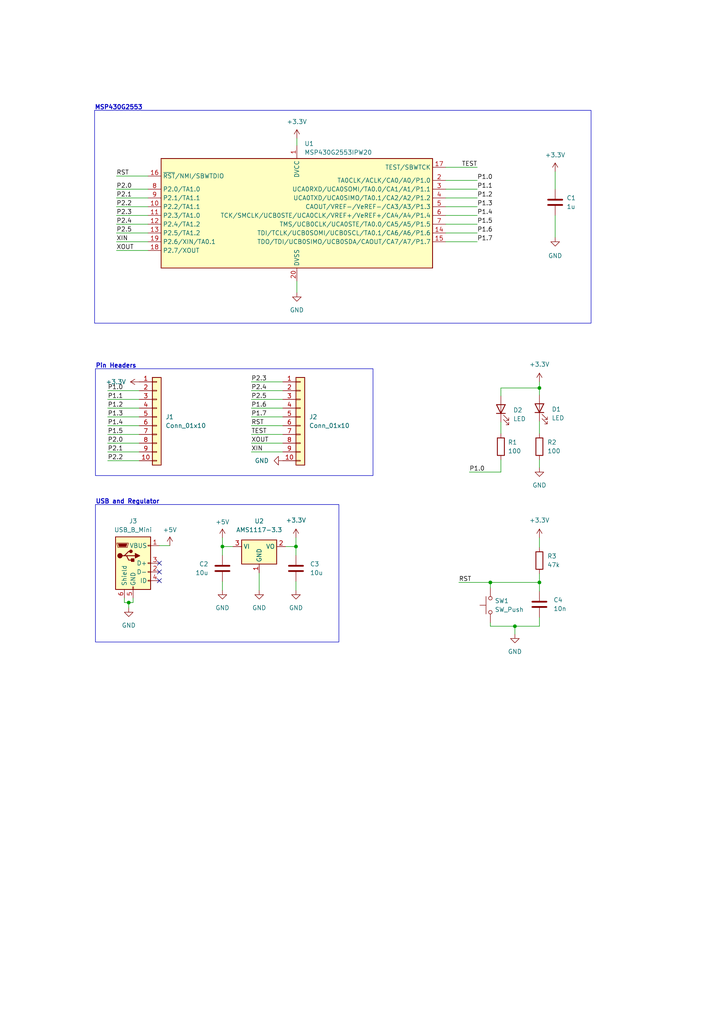
<source format=kicad_sch>
(kicad_sch (version 20230121) (generator eeschema)
  (paper "A4" portrait)
  (title_block (title "MSP430 Breakout Board") (date "2023-08-09") (rev "v.1.0") (company "https://github.com/anilv8") (comment 1 "Simple MSP430 Breakout Board") (comment 2 "MSP430G2553 MCU"))
  (lib_symbols
    (symbol "Connector:USB_B_Mini" (pin_names (offset 1.016))
      (property "Reference" "J" (at -5.08 11.43 0))
      (property "Value" "USB_B_Mini" (at -5.08 8.89 0))
      (symbol "USB_B_Mini_0_1"
        (rectangle (start -5.08 -7.62) (end 5.08 7.62) (stroke (width 0.254)) (fill (type background)))
        (circle (center -3.81 2.159) (radius 0.635) (stroke (width 0.254)) (fill (type outline)))
        (circle (center -0.635 3.429) (radius 0.381) (stroke (width 0.254)) (fill (type outline)))
        (rectangle (start -0.127 -7.62) (end 0.127 -6.858))
        (polyline (pts (xy -1.905 2.159) (xy 0.635 2.159)) (stroke (width 0.254)))
        (polyline (pts (xy -3.175 2.159) (xy -2.54 2.159) (xy -1.27 3.429) (xy -0.635 3.429)) (stroke (width 0.254)))
        (polyline (pts (xy -2.54 2.159) (xy -1.905 2.159) (xy -1.27 0.889) (xy 0 0.889)) (stroke (width 0.254)))
        (polyline (pts (xy 0.635 2.794) (xy 0.635 1.524) (xy 1.905 2.159) (xy 0.635 2.794)) (stroke (width 0.254)) (fill (type outline)))
        (polyline (pts (xy -4.318 5.588) (xy -1.778 5.588) (xy -2.032 4.826) (xy -4.064 4.826) (xy -4.318 5.588)) (fill (type outline)))
        (polyline (pts (xy -4.699 5.842) (xy -4.699 5.588) (xy -4.445 4.826) (xy -4.445 4.572) (xy -1.651 4.572) (xy -1.651 4.826) (xy -1.397 5.588) (xy -1.397 5.842) (xy -4.699 5.842)))
        (rectangle (start 0.254 1.27) (end -0.508 0.508) (stroke (width 0.254)) (fill (type outline)))
        (rectangle (start 5.08 -5.207) (end 4.318 -4.953))
        (rectangle (start 5.08 -2.667) (end 4.318 -2.413))
        (rectangle (start 5.08 -0.127) (end 4.318 0.127))
        (rectangle (start 5.08 4.953) (end 4.318 5.207))
      )
      (symbol "USB_B_Mini_1_1"
        (pin power_out line (at 7.62 5.08 180) (length 2.54) (name "VBUS") (number "1"))
        (pin bidirectional line (at 7.62 -2.54 180) (length 2.54) (name "D-") (number "2"))
        (pin bidirectional line (at 7.62 0 180) (length 2.54) (name "D+") (number "3"))
        (pin passive line (at 7.62 -5.08 180) (length 2.54) (name "ID") (number "4"))
        (pin power_out line (at 0 -10.16 90) (length 2.54) (name "GND") (number "5"))
        (pin passive line (at -2.54 -10.16 90) (length 2.54) (name "Shield") (number "6"))
      )
    )
    (symbol "Connector_Generic:Conn_01x10" (pin_names (offset 1.016) hide)
      (property "Reference" "J" (at 0 12.7 0))
      (property "Value" "Conn_01x10" (at 0 -15.24 0))
      (symbol "Conn_01x10_1_1"
        (rectangle (start -1.27 -12.573) (end 0 -12.827) (stroke (width 0.1524)))
        (rectangle (start -1.27 -10.033) (end 0 -10.287) (stroke (width 0.1524)))
        (rectangle (start -1.27 -7.493) (end 0 -7.747) (stroke (width 0.1524)))
        (rectangle (start -1.27 -4.953) (end 0 -5.207) (stroke (width 0.1524)))
        (rectangle (start -1.27 -2.413) (end 0 -2.667) (stroke (width 0.1524)))
        (rectangle (start -1.27 0.127) (end 0 -0.127) (stroke (width 0.1524)))
        (rectangle (start -1.27 2.667) (end 0 2.413) (stroke (width 0.1524)))
        (rectangle (start -1.27 5.207) (end 0 4.953) (stroke (width 0.1524)))
        (rectangle (start -1.27 7.747) (end 0 7.493) (stroke (width 0.1524)))
        (rectangle (start -1.27 10.287) (end 0 10.033) (stroke (width 0.1524)))
        (rectangle (start -1.27 11.43) (end 1.27 -13.97) (stroke (width 0.254)) (fill (type background)))
        (pin passive line (at -5.08 10.16 0) (length 3.81) (name "Pin_1") (number "1"))
        (pin passive line (at -5.08 -12.7 0) (length 3.81) (name "Pin_10") (number "10"))
        (pin passive line (at -5.08 7.62 0) (length 3.81) (name "Pin_2") (number "2"))
        (pin passive line (at -5.08 5.08 0) (length 3.81) (name "Pin_3") (number "3"))
        (pin passive line (at -5.08 2.54 0) (length 3.81) (name "Pin_4") (number "4"))
        (pin passive line (at -5.08 0 0) (length 3.81) (name "Pin_5") (number "5"))
        (pin passive line (at -5.08 -2.54 0) (length 3.81) (name "Pin_6") (number "6"))
        (pin passive line (at -5.08 -5.08 0) (length 3.81) (name "Pin_7") (number "7"))
        (pin passive line (at -5.08 -7.62 0) (length 3.81) (name "Pin_8") (number "8"))
        (pin passive line (at -5.08 -10.16 0) (length 3.81) (name "Pin_9") (number "9"))
      )
    )
    (symbol "Device:C" (pin_numbers hide) (pin_names (offset 0.254))
      (property "Reference" "C" (at 0.635 2.54 0))
      (property "Value" "C" (at 0.635 -2.54 0))
      (symbol "C_0_1"
        (polyline (pts (xy -2.032 -0.762) (xy 2.032 -0.762)) (stroke (width 0.508)))
        (polyline (pts (xy -2.032 0.762) (xy 2.032 0.762)) (stroke (width 0.508)))
      )
      (symbol "C_1_1"
        (pin passive line (at 0 3.81 270) (length 2.794) (name "~") (number "1"))
        (pin passive line (at 0 -3.81 90) (length 2.794) (name "~") (number "2"))
      )
    )
    (symbol "Device:LED" (pin_numbers hide) (pin_names (offset 1.016) hide)
      (property "Reference" "D" (at 0 2.54 0))
      (property "Value" "LED" (at 0 -2.54 0))
      (symbol "LED_0_1"
        (polyline (pts (xy -1.27 -1.27) (xy -1.27 1.27)) (stroke (width 0.254)))
        (polyline (pts (xy -1.27 0) (xy 1.27 0)))
        (polyline (pts (xy 1.27 -1.27) (xy 1.27 1.27) (xy -1.27 0) (xy 1.27 -1.27)) (stroke (width 0.254)))
        (polyline (pts (xy -3.048 -0.762) (xy -4.572 -2.286) (xy -3.81 -2.286) (xy -4.572 -2.286) (xy -4.572 -1.524)))
        (polyline (pts (xy -1.778 -0.762) (xy -3.302 -2.286) (xy -2.54 -2.286) (xy -3.302 -2.286) (xy -3.302 -1.524)))
      )
      (symbol "LED_1_1"
        (pin passive line (at -3.81 0 0) (length 2.54) (name "K") (number "1"))
        (pin passive line (at 3.81 0 180) (length 2.54) (name "A") (number "2"))
      )
    )
    (symbol "Device:R" (pin_numbers hide) (pin_names (offset 0))
      (property "Reference" "R" (at 2.032 0 90))
      (property "Value" "R" (at 0 0 90))
      (symbol "R_0_1"
        (rectangle (start -1.016 -2.54) (end 1.016 2.54) (stroke (width 0.254)))
      )
      (symbol "R_1_1"
        (pin passive line (at 0 3.81 270) (length 1.27) (name "~") (number "1"))
        (pin passive line (at 0 -3.81 90) (length 1.27) (name "~") (number "2"))
      )
    )
    (symbol "MCU_Texas_MSP430:MSP430G2553IPW20"
      (property "Reference" "U" (at -38.1 17.78 0))
      (property "Value" "MSP430G2553IPW20" (at 31.75 -16.51 0))
      (symbol "MSP430G2553IPW20_0_1"
        (rectangle (start -39.37 16.51) (end 39.37 -15.24) (stroke (width 0.254)) (fill (type background)))
      )
      (symbol "MSP430G2553IPW20_1_1"
        (pin power_in line (at 0 20.32 270) (length 3.81) (name "DVCC") (number "1"))
        (pin bidirectional line (at -43.18 2.54 0) (length 3.81) (name "P2.2/TA1.1") (number "10"))
        (pin bidirectional line (at -43.18 0 0) (length 3.81) (name "P2.3/TA1.0") (number "11"))
        (pin bidirectional line (at -43.18 -2.54 0) (length 3.81) (name "P2.4/TA1.2") (number "12"))
        (pin bidirectional line (at -43.18 -5.08 0) (length 3.81) (name "P2.5/TA1.2") (number "13"))
        (pin bidirectional line (at 43.18 -5.08 180) (length 3.81) (name "TDI/TCLK/UCB0SOMI/UCB0SCL/TA0.1/CA6/A6/P1.6") (number "14"))
        (pin bidirectional line (at 43.18 -7.62 180) (length 3.81) (name "TDO/TDI/UCB0SIMO/UCB0SDA/CAOUT/CA7/A7/P1.7") (number "15"))
        (pin input line (at -43.18 11.43 0) (length 3.81) (name "~{RST}/NMI/SBWTDIO") (number "16"))
        (pin input line (at 43.18 13.97 180) (length 3.81) (name "TEST/SBWTCK") (number "17"))
        (pin bidirectional line (at -43.18 -10.16 0) (length 3.81) (name "P2.7/XOUT") (number "18"))
        (pin bidirectional line (at -43.18 -7.62 0) (length 3.81) (name "P2.6/XIN/TA0.1") (number "19"))
        (pin bidirectional line (at 43.18 10.16 180) (length 3.81) (name "TA0CLK/ACLK/CA0/A0/P1.0") (number "2"))
        (pin power_in line (at 0 -19.05 90) (length 3.81) (name "DVSS") (number "20"))
        (pin bidirectional line (at 43.18 7.62 180) (length 3.81) (name "UCA0RXD/UCA0SOMI/TA0.0/CA1/A1/P1.1") (number "3"))
        (pin bidirectional line (at 43.18 5.08 180) (length 3.81) (name "UCA0TXD/UCA0SIMO/TA0.1/CA2/A2/P1.2") (number "4"))
        (pin bidirectional line (at 43.18 2.54 180) (length 3.81) (name "CAOUT/VREF-/VeREF-/CA3/A3/P1.3") (number "5"))
        (pin bidirectional line (at 43.18 0 180) (length 3.81) (name "TCK/SMCLK/UCB0STE/UCA0CLK/VREF+/VeREF+/CA4/A4/P1.4") (number "6"))
        (pin bidirectional line (at 43.18 -2.54 180) (length 3.81) (name "TMS/UCB0CLK/UCA0STE/TA0.0/CA5/A5/P1.5") (number "7"))
        (pin bidirectional line (at -43.18 7.62 0) (length 3.81) (name "P2.0/TA1.0") (number "8"))
        (pin bidirectional line (at -43.18 5.08 0) (length 3.81) (name "P2.1/TA1.1") (number "9"))
      )
    )
    (symbol "Regulator_Linear:AMS1117-3.3"
      (property "Reference" "U" (at -3.81 3.175 0))
      (property "Value" "AMS1117-3.3" (at 0 3.175 0))
      (symbol "AMS1117-3.3_0_1"
        (rectangle (start -5.08 -5.08) (end 5.08 1.905) (stroke (width 0.254)) (fill (type background)))
      )
      (symbol "AMS1117-3.3_1_1"
        (pin power_in line (at 0 -7.62 90) (length 2.54) (name "GND") (number "1"))
        (pin power_out line (at 7.62 0 180) (length 2.54) (name "VO") (number "2"))
        (pin power_in line (at -7.62 0 0) (length 2.54) (name "VI") (number "3"))
      )
    )
    (symbol "Switch:SW_Push" (pin_numbers hide) (pin_names (offset 1.016) hide)
      (property "Reference" "SW" (at 1.27 2.54 0))
      (property "Value" "SW_Push" (at 0 -1.524 0))
      (symbol "SW_Push_0_1"
        (circle (center -2.032 0) (radius 0.508))
        (polyline (pts (xy 0 1.27) (xy 0 3.048)))
        (polyline (pts (xy 2.54 1.27) (xy -2.54 1.27)))
        (circle (center 2.032 0) (radius 0.508))
        (pin passive line (at -5.08 0 0) (length 2.54) (name "1") (number "1"))
        (pin passive line (at 5.08 0 180) (length 2.54) (name "2") (number "2"))
      )
    )
    (symbol "power:+3.3V" (power) (pin_names (offset 0))
      (property "Value" "+3.3V" (at 0 3.556 0))
      (symbol "+3.3V_0_1"
        (polyline (pts (xy -0.762 1.27) (xy 0 2.54)))
        (polyline (pts (xy 0 0) (xy 0 2.54)))
        (polyline (pts (xy 0 2.54) (xy 0.762 1.27)))
      )
      (symbol "+3.3V_1_1"
        (pin power_in line (at 0 0 90) (length 0) hide (name "+3.3V") (number "1"))
      )
    )
    (symbol "power:+5V" (power) (pin_names (offset 0))
      (property "Value" "+5V" (at 0 3.556 0))
      (symbol "+5V_0_1"
        (polyline (pts (xy -0.762 1.27) (xy 0 2.54)))
        (polyline (pts (xy 0 0) (xy 0 2.54)))
        (polyline (pts (xy 0 2.54) (xy 0.762 1.27)))
      )
      (symbol "+5V_1_1"
        (pin power_in line (at 0 0 90) (length 0) hide (name "+5V") (number "1"))
      )
    )
    (symbol "power:GND" (power) (pin_names (offset 0))
      (property "Value" "GND" (at 0 -3.81 0))
      (symbol "GND_0_1"
        (polyline (pts (xy 0 0) (xy 0 -1.27) (xy 1.27 -1.27) (xy 0 -2.54) (xy -1.27 -1.27) (xy 0 -1.27)))
      )
      (symbol "GND_1_1"
        (pin power_in line (at 0 0 270) (length 0) hide (name "GND") (number "1"))
      )
    )
  )
  (junction (at 156.464 168.91))
  (junction (at 156.464 112.522))
  (junction (at 149.352 181.61))
  (junction (at 64.516 158.496))
  (junction (at 37.338 174.752))
  (junction (at 142.24 168.91))
  (junction (at 85.852 158.496))
  (no_connect (at 46.228 163.322))
  (no_connect (at 46.228 165.862))
  (no_connect (at 46.228 168.402))
  (wire (pts (xy 145.288 112.522) (xy 145.288 114.808)))
  (wire (pts (xy 36.068 173.482) (xy 36.068 174.752)))
  (wire (pts (xy 31.242 128.524) (xy 40.386 128.524)))
  (wire (pts (xy 129.286 57.404) (xy 138.43 57.404)))
  (wire (pts (xy 37.338 174.752) (xy 37.338 176.276)))
  (wire (pts (xy 85.852 158.496) (xy 82.804 158.496)))
  (wire (pts (xy 72.898 128.524) (xy 82.042 128.524)))
  (wire (pts (xy 86.106 40.132) (xy 86.106 42.164)))
  (wire (pts (xy 82.042 118.364) (xy 72.898 118.364)))
  (wire (pts (xy 142.24 181.61) (xy 149.352 181.61)))
  (wire (pts (xy 82.042 120.904) (xy 72.898 120.904)))
  (wire (pts (xy 129.286 70.104) (xy 138.43 70.104)))
  (wire (pts (xy 156.464 122.174) (xy 156.464 125.73)))
  (wire (pts (xy 85.852 155.956) (xy 85.852 158.496)))
  (wire (pts (xy 40.386 115.824) (xy 31.242 115.824)))
  (wire (pts (xy 129.286 62.484) (xy 138.43 62.484)))
  (wire (pts (xy 145.288 133.35) (xy 145.288 136.906)))
  (wire (pts (xy 161.036 49.784) (xy 161.036 54.864)))
  (wire (pts (xy 33.782 70.104) (xy 42.926 70.104)))
  (wire (pts (xy 142.24 180.594) (xy 142.24 181.61)))
  (wire (pts (xy 36.068 174.752) (xy 37.338 174.752)))
  (wire (pts (xy 145.288 136.906) (xy 136.144 136.906)))
  (wire (pts (xy 72.898 131.064) (xy 82.042 131.064)))
  (wire (pts (xy 156.464 166.37) (xy 156.464 168.91)))
  (wire (pts (xy 129.286 65.024) (xy 138.43 65.024)))
  (wire (pts (xy 64.516 155.956) (xy 64.516 158.496)))
  (wire (pts (xy 33.782 59.944) (xy 42.926 59.944)))
  (wire (pts (xy 142.24 168.91) (xy 142.24 170.434)))
  (wire (pts (xy 156.464 155.956) (xy 156.464 158.75)))
  (wire (pts (xy 156.464 133.35) (xy 156.464 135.636)))
  (wire (pts (xy 145.288 122.428) (xy 145.288 125.73)))
  (wire (pts (xy 40.386 120.904) (xy 31.242 120.904)))
  (wire (pts (xy 64.516 168.656) (xy 64.516 171.196)))
  (wire (pts (xy 33.782 57.404) (xy 42.926 57.404)))
  (wire (pts (xy 31.242 133.604) (xy 40.386 133.604)))
  (wire (pts (xy 156.464 110.744) (xy 156.464 112.522)))
  (wire (pts (xy 40.386 118.364) (xy 31.242 118.364)))
  (wire (pts (xy 40.386 123.444) (xy 31.242 123.444)))
  (wire (pts (xy 40.386 125.984) (xy 31.242 125.984)))
  (wire (pts (xy 156.464 112.522) (xy 156.464 114.554)))
  (wire (pts (xy 129.286 52.324) (xy 138.43 52.324)))
  (wire (pts (xy 129.286 67.564) (xy 138.43 67.564)))
  (wire (pts (xy 72.898 115.824) (xy 82.042 115.824)))
  (wire (pts (xy 142.24 168.91) (xy 156.464 168.91)))
  (wire (pts (xy 46.228 158.242) (xy 49.276 158.242)))
  (wire (pts (xy 149.352 181.61) (xy 149.352 183.896)))
  (wire (pts (xy 33.782 62.484) (xy 42.926 62.484)))
  (wire (pts (xy 82.042 125.984) (xy 72.898 125.984)))
  (wire (pts (xy 156.464 168.91) (xy 156.464 171.45)))
  (wire (pts (xy 75.184 166.116) (xy 75.184 171.196)))
  (wire (pts (xy 72.898 110.744) (xy 82.042 110.744)))
  (wire (pts (xy 72.898 113.284) (xy 82.042 113.284)))
  (wire (pts (xy 33.782 51.054) (xy 42.926 51.054)))
  (wire (pts (xy 156.464 181.61) (xy 156.464 179.07)))
  (wire (pts (xy 85.852 158.496) (xy 85.852 161.036)))
  (wire (pts (xy 40.386 113.284) (xy 31.242 113.284)))
  (wire (pts (xy 33.782 65.024) (xy 42.926 65.024)))
  (wire (pts (xy 37.338 174.752) (xy 38.608 174.752)))
  (wire (pts (xy 33.782 67.564) (xy 42.926 67.564)))
  (wire (pts (xy 33.782 54.864) (xy 42.926 54.864)))
  (wire (pts (xy 86.106 81.534) (xy 86.106 84.836)))
  (wire (pts (xy 129.286 54.864) (xy 138.43 54.864)))
  (wire (pts (xy 64.516 158.496) (xy 64.516 161.036)))
  (wire (pts (xy 64.516 158.496) (xy 67.564 158.496)))
  (wire (pts (xy 85.852 168.656) (xy 85.852 171.196)))
  (wire (pts (xy 129.286 48.514) (xy 138.43 48.514)))
  (wire (pts (xy 38.608 174.752) (xy 38.608 173.482)))
  (wire (pts (xy 31.242 131.064) (xy 40.386 131.064)))
  (wire (pts (xy 72.898 123.444) (xy 82.042 123.444)))
  (wire (pts (xy 161.036 62.484) (xy 161.036 68.834)))
  (wire (pts (xy 133.096 168.91) (xy 142.24 168.91)))
  (wire (pts (xy 149.352 181.61) (xy 156.464 181.61)))
  (wire (pts (xy 156.464 112.522) (xy 145.288 112.522)))
  (wire (pts (xy 33.782 72.644) (xy 42.926 72.644)))
  (wire (pts (xy 129.286 59.944) (xy 138.43 59.944)))
  (rectangle (start 27.686 106.934) (end 108.204 137.922))
  (rectangle (start 27.686 146.304) (end 98.298 186.182))
  (rectangle (start 27.432 32.004) (end 171.45 93.726))
  (text "MSP430G2553" (at 27.432 32.004 0) (effects (font (size 1.27 1.27) bold) (justify left bottom)))
  (text "USB and Regulator" (at 27.686 146.304 0) (effects (font (size 1.27 1.27) bold) (justify left bottom)))
  (text "Pin Headers" (at 27.686 106.934 0) (effects (font (size 1.27 1.27) (thickness 0.254) bold) (justify left bottom)))
  (label "P1.4" (at 138.43 62.484 0))
  (label "P2.0" (at 33.782 54.864 0))
  (label "P2.3" (at 33.782 62.484 0))
  (label "P1.3" (at 31.242 120.904 0))
  (label "TEST" (at 72.898 125.984 0))
  (label "P1.3" (at 138.43 59.944 0))
  (label "XOUT" (at 72.898 128.524 0))
  (label "P1.0" (at 136.144 136.906 0))
  (label "P2.5" (at 72.898 115.824 0))
  (label "P1.6" (at 138.43 67.564 0))
  (label "P2.5" (at 33.782 67.564 0))
  (label "P2.0" (at 31.242 128.524 0))
  (label "RST" (at 33.782 51.054 0))
  (label "XIN" (at 33.782 70.104 0))
  (label "RST" (at 133.096 168.91 0))
  (label "P1.1" (at 138.43 54.864 0))
  (label "P2.4" (at 72.898 113.284 0))
  (label "P2.1" (at 31.242 131.064 0))
  (label "P2.2" (at 31.242 133.604 0))
  (label "P1.2" (at 31.242 118.364 0))
  (label "XOUT" (at 33.782 72.644 0))
  (label "P2.4" (at 33.782 65.024 0))
  (label "TEST" (at 138.43 48.514 180))
  (label "P1.5" (at 31.242 125.984 0))
  (label "XIN" (at 72.898 131.064 0))
  (label "P1.0" (at 31.242 113.284 0))
  (label "P1.7" (at 138.43 70.104 0))
  (label "P1.0" (at 138.43 52.324 0))
  (label "P1.6" (at 72.898 118.364 0))
  (label "P2.3" (at 72.898 110.744 0))
  (label "RST" (at 72.898 123.444 0))
  (label "P1.4" (at 31.242 123.444 0))
  (label "P1.2" (at 138.43 57.404 0))
  (label "P2.2" (at 33.782 59.944 0))
  (label "P2.1" (at 33.782 57.404 0))
  (label "P1.5" (at 138.43 65.024 0))
  (label "P1.1" (at 31.242 115.824 0))
  (label "P1.7" (at 72.898 120.904 0))
  (symbol (lib_id "power:GND") (at 82.042 133.604 270) (unit 1)
    (property "Reference" "#PWR06" (effects hide))
    (property "Value" "GND" (at 77.978 133.604 90) (effects (justify right)))
  )
  (symbol (lib_id "Device:C") (at 85.852 164.846 180) (unit 1)
    (property "Reference" "C3" (at 89.916 163.576 0) (effects (justify right)))
    (property "Value" "10u" (at 89.916 166.116 0) (effects (justify right)))
    (property "Footprint" "Capacitor_SMD:C_0603_1608Metric_Pad1.08x0.95mm_HandSolder" (effects hide))
  )
  (symbol (lib_id "MCU_Texas_MSP430:MSP430G2553IPW20") (at 86.106 62.484 0) (unit 1)
    (property "Reference" "U1" (at 88.3001 41.656 0) (effects (justify left)))
    (property "Value" "MSP430G2553IPW20" (at 88.3001 44.196 0) (effects (justify left)))
    (property "Footprint" "Package_DIP:DIP-20_W7.62mm_Socket" (effects hide))
    (property "Datasheet" "http://www.ti.com/lit/ds/symlink/msp430g2553.pdf" (effects hide))
  )
  (symbol (lib_id "power:GND") (at 161.036 68.834 0) (unit 1)
    (property "Reference" "#PWR04" (effects hide))
    (property "Value" "GND" (at 161.036 74.168 0))
  )
  (symbol (lib_id "Connector_Generic:Conn_01x10") (at 45.466 120.904 0) (unit 1)
    (property "Reference" "J1" (at 48.006 120.904 0) (effects (justify left)))
    (property "Value" "Conn_01x10" (at 48.006 123.444 0) (effects (justify left)))
    (property "Footprint" "Connector_PinHeader_2.54mm:PinHeader_1x10_P2.54mm_Vertical" (effects hide))
  )
  (symbol (lib_id "Switch:SW_Push") (at 142.24 175.514 90) (unit 1)
    (property "Reference" "SW1" (at 143.51 174.244 90) (effects (justify right)))
    (property "Value" "SW_Push" (at 143.51 176.784 90) (effects (justify right)))
    (property "Footprint" "Button_Switch_THT:SW_TH_Tactile_Omron_B3F-10xx" (effects hide))
  )
  (symbol (lib_id "power:GND") (at 156.464 135.636 0) (unit 1)
    (property "Reference" "#PWR015" (effects hide))
    (property "Value" "GND" (at 156.464 140.716 0))
  )
  (symbol (lib_id "power:GND") (at 85.852 171.196 0) (mirror y) (unit 1)
    (property "Reference" "#PWR012" (effects hide))
    (property "Value" "GND" (at 85.852 176.276 0))
  )
  (symbol (lib_id "power:+3.3V") (at 40.386 110.744 90) (unit 1)
    (property "Reference" "#PWR05" (effects hide))
    (property "Value" "+3.3V" (at 36.576 110.744 90) (effects (justify left)))
  )
  (symbol (lib_id "Device:C") (at 161.036 58.674 0) (unit 1)
    (property "Reference" "C1" (at 164.338 57.404 0) (effects (justify left)))
    (property "Value" "1u" (at 164.338 59.944 0) (effects (justify left)))
    (property "Footprint" "Capacitor_SMD:C_0603_1608Metric_Pad1.08x0.95mm_HandSolder" (effects hide))
  )
  (symbol (lib_id "Device:C") (at 156.464 175.26 180) (unit 1)
    (property "Reference" "C4" (at 160.528 173.99 0) (effects (justify right)))
    (property "Value" "10n" (at 160.528 176.53 0) (effects (justify right)))
    (property "Footprint" "Capacitor_SMD:C_0603_1608Metric_Pad1.08x0.95mm_HandSolder" (effects hide))
  )
  (symbol (lib_id "Connector_Generic:Conn_01x10") (at 87.122 120.904 0) (unit 1)
    (property "Reference" "J2" (at 89.662 120.904 0) (effects (justify left)))
    (property "Value" "Conn_01x10" (at 89.662 123.444 0) (effects (justify left)))
    (property "Footprint" "Connector_PinHeader_2.54mm:PinHeader_1x10_P2.54mm_Vertical" (effects hide))
  )
  (symbol (lib_id "Device:C") (at 64.516 164.846 0) (mirror x) (unit 1)
    (property "Reference" "C2" (at 60.452 163.576 0) (effects (justify right)))
    (property "Value" "10u" (at 60.452 166.116 0) (effects (justify right)))
    (property "Footprint" "Capacitor_SMD:C_0603_1608Metric_Pad1.08x0.95mm_HandSolder" (effects hide))
  )
  (symbol (lib_id "power:GND") (at 86.106 84.836 0) (unit 1)
    (property "Reference" "#PWR01" (effects hide))
    (property "Value" "GND" (at 86.106 89.916 0))
  )
  (symbol (lib_id "power:+3.3V") (at 156.464 155.956 0) (unit 1)
    (property "Reference" "#PWR016" (effects hide))
    (property "Value" "+3.3V" (at 156.464 150.876 0))
  )
  (symbol (lib_id "Device:R") (at 145.288 129.54 0) (unit 1)
    (property "Reference" "R1" (at 147.32 128.27 0) (effects (justify left)))
    (property "Value" "100" (at 147.32 130.81 0) (effects (justify left)))
    (property "Footprint" "Resistor_SMD:R_0603_1608Metric_Pad0.98x0.95mm_HandSolder" (effects hide))
  )
  (symbol (lib_id "power:+3.3V") (at 161.036 49.784 0) (unit 1)
    (property "Reference" "#PWR03" (effects hide))
    (property "Value" "+3.3V" (at 161.036 44.958 0))
  )
  (symbol (lib_id "power:+5V") (at 49.276 158.242 0) (unit 1)
    (property "Reference" "#PWR08" (effects hide))
    (property "Value" "+5V" (at 49.276 153.67 0))
  )
  (symbol (lib_id "power:GND") (at 149.352 183.896 0) (mirror y) (unit 1)
    (property "Reference" "#PWR017" (effects hide))
    (property "Value" "GND" (at 149.352 188.976 0))
  )
  (symbol (lib_id "power:+5V") (at 64.516 155.956 0) (unit 1)
    (property "Reference" "#PWR09" (effects hide))
    (property "Value" "+5V" (at 64.516 151.384 0))
  )
  (symbol (lib_id "power:GND") (at 37.338 176.276 0) (unit 1)
    (property "Reference" "#PWR07" (effects hide))
    (property "Value" "GND" (at 37.338 181.356 0))
  )
  (symbol (lib_id "power:GND") (at 64.516 171.196 0) (unit 1)
    (property "Reference" "#PWR010" (effects hide))
    (property "Value" "GND" (at 64.516 176.276 0))
  )
  (symbol (lib_id "power:+3.3V") (at 85.852 155.956 0) (unit 1)
    (property "Reference" "#PWR011" (effects hide))
    (property "Value" "+3.3V" (at 85.852 150.876 0))
  )
  (symbol (lib_id "Connector:USB_B_Mini") (at 38.608 163.322 0) (unit 1)
    (property "Reference" "J3" (at 38.608 151.13 0))
    (property "Value" "USB_B_Mini" (at 38.608 153.67 0))
    (property "Footprint" "Connector_USB:USB_Mini-B_Wuerth_65100516121_Horizontal" (effects hide))
  )
  (symbol (lib_id "Regulator_Linear:AMS1117-3.3") (at 75.184 158.496 0) (unit 1)
    (property "Reference" "U2" (at 75.184 151.13 0))
    (property "Value" "AMS1117-3.3" (at 75.184 153.67 0))
    (property "Footprint" "Package_TO_SOT_SMD:SOT-223-3_TabPin2" (effects hide))
    (property "Datasheet" "http://www.advanced-monolithic.com/pdf/ds1117.pdf" (effects hide))
  )
  (symbol (lib_id "power:+3.3V") (at 156.464 110.744 0) (unit 1)
    (property "Reference" "#PWR014" (effects hide))
    (property "Value" "+3.3V" (at 156.464 105.664 0))
  )
  (symbol (lib_id "Device:R") (at 156.464 129.54 0) (unit 1)
    (property "Reference" "R2" (at 158.75 128.27 0) (effects (justify left)))
    (property "Value" "100" (at 158.75 130.81 0) (effects (justify left)))
    (property "Footprint" "Resistor_SMD:R_0603_1608Metric_Pad0.98x0.95mm_HandSolder" (effects hide))
  )
  (symbol (lib_id "power:+3.3V") (at 86.106 40.132 0) (unit 1)
    (property "Reference" "#PWR02" (effects hide))
    (property "Value" "+3.3V" (at 86.106 35.306 0))
  )
  (symbol (lib_id "Device:LED") (at 145.288 118.618 90) (unit 1)
    (property "Reference" "D2" (at 148.844 118.9355 90) (effects (justify right)))
    (property "Value" "LED" (at 148.844 121.4755 90) (effects (justify right)))
    (property "Footprint" "LED_SMD:LED_0603_1608Metric_Pad1.05x0.95mm_HandSolder" (effects hide))
  )
  (symbol (lib_id "Device:R") (at 156.464 162.56 0) (unit 1)
    (property "Reference" "R3" (at 158.75 161.29 0) (effects (justify left)))
    (property "Value" "47k" (at 158.75 163.83 0) (effects (justify left)))
    (property "Footprint" "Resistor_SMD:R_0603_1608Metric_Pad0.98x0.95mm_HandSolder" (effects hide))
  )
  (symbol (lib_id "Device:LED") (at 156.464 118.364 90) (unit 1)
    (property "Reference" "D1" (at 160.02 118.6815 90) (effects (justify right)))
    (property "Value" "LED" (at 160.02 121.2215 90) (effects (justify right)))
    (property "Footprint" "LED_SMD:LED_0603_1608Metric_Pad1.05x0.95mm_HandSolder" (effects hide))
  )
  (symbol (lib_id "power:GND") (at 75.184 171.196 0) (mirror y) (unit 1)
    (property "Reference" "#PWR013" (effects hide))
    (property "Value" "GND" (at 75.184 176.276 0))
  )
)
</source>
